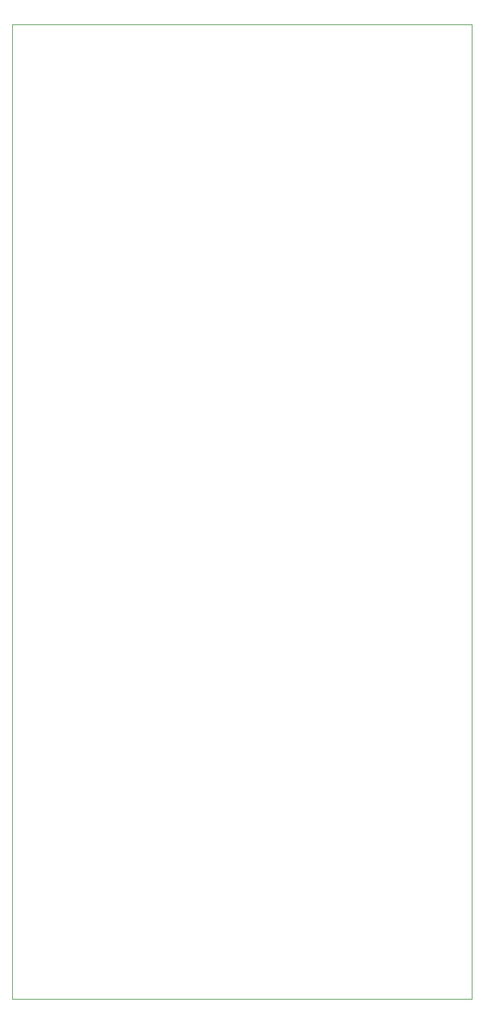
<source format=gbr>
%TF.GenerationSoftware,KiCad,Pcbnew,(6.0.4-0)*%
%TF.CreationDate,2022-10-28T00:48:46+02:00*%
%TF.ProjectId,NE2Pi-Frontpanel,4e453250-692d-4467-926f-6e7470616e65,rev?*%
%TF.SameCoordinates,Original*%
%TF.FileFunction,Soldermask,Top*%
%TF.FilePolarity,Negative*%
%FSLAX46Y46*%
G04 Gerber Fmt 4.6, Leading zero omitted, Abs format (unit mm)*
G04 Created by KiCad (PCBNEW (6.0.4-0)) date 2022-10-28 00:48:46*
%MOMM*%
%LPD*%
G01*
G04 APERTURE LIST*
%ADD10C,0.100000*%
G04 APERTURE END LIST*
D10*
X20050000Y-18350000D02*
X80650000Y-18350000D01*
X80650000Y-18350000D02*
X80650000Y-146750000D01*
X80650000Y-146750000D02*
X20050000Y-146750000D01*
X20050000Y-146750000D02*
X20050000Y-18350000D01*
M02*

</source>
